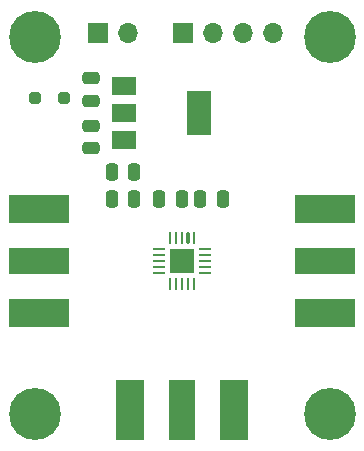
<source format=gbr>
%TF.GenerationSoftware,KiCad,Pcbnew,7.0.5-1.fc38*%
%TF.CreationDate,2023-06-22T15:58:46+02:00*%
%TF.ProjectId,tr_switch,74725f73-7769-4746-9368-2e6b69636164,1*%
%TF.SameCoordinates,Original*%
%TF.FileFunction,Soldermask,Top*%
%TF.FilePolarity,Negative*%
%FSLAX46Y46*%
G04 Gerber Fmt 4.6, Leading zero omitted, Abs format (unit mm)*
G04 Created by KiCad (PCBNEW 7.0.5-1.fc38) date 2023-06-22 15:58:46*
%MOMM*%
%LPD*%
G01*
G04 APERTURE LIST*
G04 Aperture macros list*
%AMRoundRect*
0 Rectangle with rounded corners*
0 $1 Rounding radius*
0 $2 $3 $4 $5 $6 $7 $8 $9 X,Y pos of 4 corners*
0 Add a 4 corners polygon primitive as box body*
4,1,4,$2,$3,$4,$5,$6,$7,$8,$9,$2,$3,0*
0 Add four circle primitives for the rounded corners*
1,1,$1+$1,$2,$3*
1,1,$1+$1,$4,$5*
1,1,$1+$1,$6,$7*
1,1,$1+$1,$8,$9*
0 Add four rect primitives between the rounded corners*
20,1,$1+$1,$2,$3,$4,$5,0*
20,1,$1+$1,$4,$5,$6,$7,0*
20,1,$1+$1,$6,$7,$8,$9,0*
20,1,$1+$1,$8,$9,$2,$3,0*%
G04 Aperture macros list end*
%ADD10RoundRect,0.062500X-0.412500X-0.062500X0.412500X-0.062500X0.412500X0.062500X-0.412500X0.062500X0*%
%ADD11RoundRect,0.062500X-0.062500X-0.412500X0.062500X-0.412500X0.062500X0.412500X-0.062500X0.412500X0*%
%ADD12RoundRect,0.063750X-0.063750X-0.411250X0.063750X-0.411250X0.063750X0.411250X-0.063750X0.411250X0*%
%ADD13R,2.030000X2.030000*%
%ADD14R,1.700000X1.700000*%
%ADD15O,1.700000X1.700000*%
%ADD16R,5.080000X2.290000*%
%ADD17R,5.080000X2.420000*%
%ADD18C,0.700000*%
%ADD19C,4.400000*%
%ADD20RoundRect,0.250000X0.250000X0.475000X-0.250000X0.475000X-0.250000X-0.475000X0.250000X-0.475000X0*%
%ADD21RoundRect,0.250000X-0.250000X-0.475000X0.250000X-0.475000X0.250000X0.475000X-0.250000X0.475000X0*%
%ADD22RoundRect,0.250000X0.250000X0.250000X-0.250000X0.250000X-0.250000X-0.250000X0.250000X-0.250000X0*%
%ADD23R,2.000000X1.500000*%
%ADD24R,2.000000X3.800000*%
%ADD25RoundRect,0.250000X0.475000X-0.250000X0.475000X0.250000X-0.475000X0.250000X-0.475000X-0.250000X0*%
%ADD26RoundRect,0.250000X-0.475000X0.250000X-0.475000X-0.250000X0.475000X-0.250000X0.475000X0.250000X0*%
%ADD27R,2.420000X5.080000*%
%ADD28R,2.290000X5.080000*%
G04 APERTURE END LIST*
D10*
%TO.C,U2*%
X13065000Y-20500000D03*
X13065000Y-21000000D03*
X13065000Y-21500000D03*
X13065000Y-22000000D03*
X13065000Y-22500000D03*
D11*
X14000000Y-23435000D03*
X14500000Y-23435000D03*
X15000000Y-23435000D03*
X15500000Y-23435000D03*
X16000000Y-23435000D03*
D10*
X16935000Y-22500000D03*
X16935000Y-22000000D03*
X16935000Y-21500000D03*
X16935000Y-21000000D03*
X16935000Y-20500000D03*
D11*
X16000000Y-19565000D03*
D12*
X15500000Y-19565000D03*
D11*
X15000000Y-19565000D03*
X14500000Y-19565000D03*
X14000000Y-19565000D03*
D13*
X15000000Y-21500000D03*
%TD*%
D14*
%TO.C,J5*%
X15066666Y-2250000D03*
D15*
X17606666Y-2250000D03*
X20146666Y-2250000D03*
X22686666Y-2250000D03*
%TD*%
D16*
%TO.C,J1*%
X2870000Y-21500000D03*
D17*
X2870000Y-17120000D03*
X2870000Y-25880000D03*
%TD*%
D18*
%TO.C,H2*%
X29140000Y-2510000D03*
X28656726Y-3676726D03*
X28656726Y-1343274D03*
X27490000Y-4160000D03*
D19*
X27490000Y-2510000D03*
D18*
X27490000Y-860000D03*
X26323274Y-3676726D03*
X26323274Y-1343274D03*
X25840000Y-2510000D03*
%TD*%
D20*
%TO.C,C3*%
X9050000Y-14000000D03*
X10950000Y-14000000D03*
%TD*%
D21*
%TO.C,C4*%
X13050000Y-16250000D03*
X14950000Y-16250000D03*
%TD*%
D22*
%TO.C,D1*%
X5000000Y-7750000D03*
X2500000Y-7750000D03*
%TD*%
D15*
%TO.C,J4*%
X10373333Y-2250000D03*
D14*
X7833333Y-2250000D03*
%TD*%
D18*
%TO.C,H4*%
X25840000Y-34490000D03*
X26323274Y-33323274D03*
X26323274Y-35656726D03*
X27490000Y-32840000D03*
D19*
X27490000Y-34490000D03*
D18*
X27490000Y-36140000D03*
X28656726Y-33323274D03*
X28656726Y-35656726D03*
X29140000Y-34490000D03*
%TD*%
D20*
%TO.C,C5*%
X18450000Y-16250000D03*
X16550000Y-16250000D03*
%TD*%
D23*
%TO.C,U1*%
X10100000Y-6700000D03*
X10100000Y-9000000D03*
D24*
X16400000Y-9000000D03*
D23*
X10100000Y-11300000D03*
%TD*%
D18*
%TO.C,H3*%
X860000Y-34480000D03*
X1343274Y-33313274D03*
X1343274Y-35646726D03*
X2510000Y-32830000D03*
D19*
X2510000Y-34480000D03*
D18*
X2510000Y-36130000D03*
X3676726Y-33313274D03*
X3676726Y-35646726D03*
X4160000Y-34480000D03*
%TD*%
D25*
%TO.C,C2*%
X7250000Y-11950000D03*
X7250000Y-10050000D03*
%TD*%
D17*
%TO.C,J2*%
X27130000Y-17120000D03*
X27130000Y-25880000D03*
D16*
X27130000Y-21500000D03*
%TD*%
D26*
%TO.C,C1*%
X7250000Y-6050000D03*
X7250000Y-7950000D03*
%TD*%
D18*
%TO.C,H1*%
X870000Y-2510000D03*
X1353274Y-1343274D03*
X1353274Y-3676726D03*
X2520000Y-860000D03*
D19*
X2520000Y-2510000D03*
D18*
X2520000Y-4160000D03*
X3686726Y-1343274D03*
X3686726Y-3676726D03*
X4170000Y-2510000D03*
%TD*%
D20*
%TO.C,C8*%
X10950000Y-16250000D03*
X9050000Y-16250000D03*
%TD*%
D27*
%TO.C,J3*%
X19380000Y-34130000D03*
X10620000Y-34130000D03*
D28*
X15000000Y-34130000D03*
%TD*%
M02*

</source>
